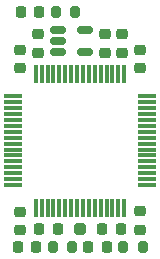
<source format=gbr>
%TF.GenerationSoftware,KiCad,Pcbnew,8.0.5*%
%TF.CreationDate,2025-07-05T09:51:00+01:00*%
%TF.ProjectId,sdrr rev f,73647272-2072-4657-9620-662e6b696361,rev?*%
%TF.SameCoordinates,Original*%
%TF.FileFunction,Paste,Top*%
%TF.FilePolarity,Positive*%
%FSLAX46Y46*%
G04 Gerber Fmt 4.6, Leading zero omitted, Abs format (unit mm)*
G04 Created by KiCad (PCBNEW 8.0.5) date 2025-07-05 09:51:00*
%MOMM*%
%LPD*%
G01*
G04 APERTURE LIST*
G04 Aperture macros list*
%AMRoundRect*
0 Rectangle with rounded corners*
0 $1 Rounding radius*
0 $2 $3 $4 $5 $6 $7 $8 $9 X,Y pos of 4 corners*
0 Add a 4 corners polygon primitive as box body*
4,1,4,$2,$3,$4,$5,$6,$7,$8,$9,$2,$3,0*
0 Add four circle primitives for the rounded corners*
1,1,$1+$1,$2,$3*
1,1,$1+$1,$4,$5*
1,1,$1+$1,$6,$7*
1,1,$1+$1,$8,$9*
0 Add four rect primitives between the rounded corners*
20,1,$1+$1,$2,$3,$4,$5,0*
20,1,$1+$1,$4,$5,$6,$7,0*
20,1,$1+$1,$6,$7,$8,$9,0*
20,1,$1+$1,$8,$9,$2,$3,0*%
G04 Aperture macros list end*
%ADD10RoundRect,0.200000X0.200000X0.275000X-0.200000X0.275000X-0.200000X-0.275000X0.200000X-0.275000X0*%
%ADD11RoundRect,0.225000X0.225000X0.250000X-0.225000X0.250000X-0.225000X-0.250000X0.225000X-0.250000X0*%
%ADD12RoundRect,0.225000X0.250000X-0.225000X0.250000X0.225000X-0.250000X0.225000X-0.250000X-0.225000X0*%
%ADD13RoundRect,0.150000X-0.512500X-0.150000X0.512500X-0.150000X0.512500X0.150000X-0.512500X0.150000X0*%
%ADD14RoundRect,0.250000X-0.250000X-0.250000X0.250000X-0.250000X0.250000X0.250000X-0.250000X0.250000X0*%
%ADD15RoundRect,0.200000X-0.200000X-0.275000X0.200000X-0.275000X0.200000X0.275000X-0.200000X0.275000X0*%
%ADD16RoundRect,0.225000X-0.250000X0.225000X-0.250000X-0.225000X0.250000X-0.225000X0.250000X0.225000X0*%
%ADD17RoundRect,0.225000X-0.225000X-0.250000X0.225000X-0.250000X0.225000X0.250000X-0.225000X0.250000X0*%
%ADD18RoundRect,0.075000X-0.075000X0.700000X-0.075000X-0.700000X0.075000X-0.700000X0.075000X0.700000X0*%
%ADD19RoundRect,0.075000X-0.700000X0.075000X-0.700000X-0.075000X0.700000X-0.075000X0.700000X0.075000X0*%
%ADD20RoundRect,0.218750X-0.218750X-0.256250X0.218750X-0.256250X0.218750X0.256250X-0.218750X0.256250X0*%
G04 APERTURE END LIST*
D10*
%TO.C,R3*%
X114540800Y-57124600D03*
X112890800Y-57124600D03*
%TD*%
D11*
%TO.C,C1*%
X105753200Y-37236400D03*
X104203200Y-37236400D03*
%TD*%
D12*
%TO.C,C3*%
X112801400Y-40678400D03*
X112801400Y-39128400D03*
%TD*%
%TO.C,C2*%
X111302800Y-40678400D03*
X111302800Y-39128400D03*
%TD*%
D13*
%TO.C,U3*%
X107351400Y-38760400D03*
X107351400Y-39710400D03*
X107351400Y-40660400D03*
X109626400Y-40660400D03*
X109626400Y-38760400D03*
%TD*%
D14*
%TO.C,TP1*%
X109220000Y-55609800D03*
%TD*%
D11*
%TO.C,RC5*%
X105499200Y-57150000D03*
X103949200Y-57150000D03*
%TD*%
D15*
%TO.C,R2*%
X107150400Y-37236400D03*
X108800400Y-37236400D03*
%TD*%
D12*
%TO.C,C7*%
X104165400Y-41999200D03*
X104165400Y-40449200D03*
%TD*%
D16*
%TO.C,C6*%
X114274600Y-54114400D03*
X114274600Y-55664400D03*
%TD*%
D17*
%TO.C,RC4*%
X111112000Y-55600600D03*
X112662000Y-55600600D03*
%TD*%
D18*
%TO.C,U1*%
X112970000Y-42458000D03*
X112470000Y-42458000D03*
X111970000Y-42458000D03*
X111470000Y-42458000D03*
X110970000Y-42458000D03*
X110470000Y-42458000D03*
X109970000Y-42458000D03*
X109470000Y-42458000D03*
X108970000Y-42458000D03*
X108470000Y-42458000D03*
X107970000Y-42458000D03*
X107470000Y-42458000D03*
X106970000Y-42458000D03*
X106470000Y-42458000D03*
X105970000Y-42458000D03*
X105470000Y-42458000D03*
D19*
X103545000Y-44383000D03*
X103545000Y-44883000D03*
X103545000Y-45383000D03*
X103545000Y-45883000D03*
X103545000Y-46383000D03*
X103545000Y-46883000D03*
X103545000Y-47383000D03*
X103545000Y-47883000D03*
X103545000Y-48383000D03*
X103545000Y-48883000D03*
X103545000Y-49383000D03*
X103545000Y-49883000D03*
X103545000Y-50383000D03*
X103545000Y-50883000D03*
X103545000Y-51383000D03*
X103545000Y-51883000D03*
D18*
X105470000Y-53808000D03*
X105970000Y-53808000D03*
X106470000Y-53808000D03*
X106970000Y-53808000D03*
X107470000Y-53808000D03*
X107970000Y-53808000D03*
X108470000Y-53808000D03*
X108970000Y-53808000D03*
X109470000Y-53808000D03*
X109970000Y-53808000D03*
X110470000Y-53808000D03*
X110970000Y-53808000D03*
X111470000Y-53808000D03*
X111970000Y-53808000D03*
X112470000Y-53808000D03*
X112970000Y-53808000D03*
D19*
X114895000Y-51883000D03*
X114895000Y-51383000D03*
X114895000Y-50883000D03*
X114895000Y-50383000D03*
X114895000Y-49883000D03*
X114895000Y-49383000D03*
X114895000Y-48883000D03*
X114895000Y-48383000D03*
X114895000Y-47883000D03*
X114895000Y-47383000D03*
X114895000Y-46883000D03*
X114895000Y-46383000D03*
X114895000Y-45883000D03*
X114895000Y-45383000D03*
X114895000Y-44883000D03*
X114895000Y-44383000D03*
%TD*%
D16*
%TO.C,C4*%
X104165400Y-54139800D03*
X104165400Y-55689800D03*
%TD*%
D12*
%TO.C,C5*%
X105664000Y-40678400D03*
X105664000Y-39128400D03*
%TD*%
D17*
%TO.C,C9*%
X105778000Y-55600600D03*
X107328000Y-55600600D03*
%TD*%
D20*
%TO.C,D1*%
X109931100Y-57124600D03*
X111506100Y-57124600D03*
%TD*%
D12*
%TO.C,C8*%
X114300000Y-41999200D03*
X114300000Y-40449200D03*
%TD*%
D10*
%TO.C,R1*%
X108546400Y-57124600D03*
X106896400Y-57124600D03*
%TD*%
M02*

</source>
